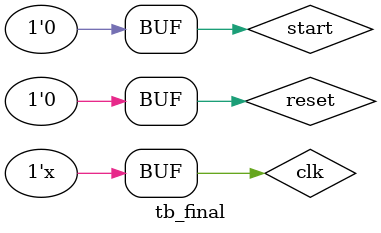
<source format=v>
`timescale 1 ns/100 ps
module tb_final;

reg clk,reset,start;
wire RS,RW,Data_En;
wire [3:0] instruction;
centralMachine cmtb(clk,reset,instruction,RS,RW,Data_En);

initial begin
reset=1;
clk=0;
start = 0;
#80
reset=0;
//start=1;
end

always #10 clk = ~clk;
endmodule
</source>
